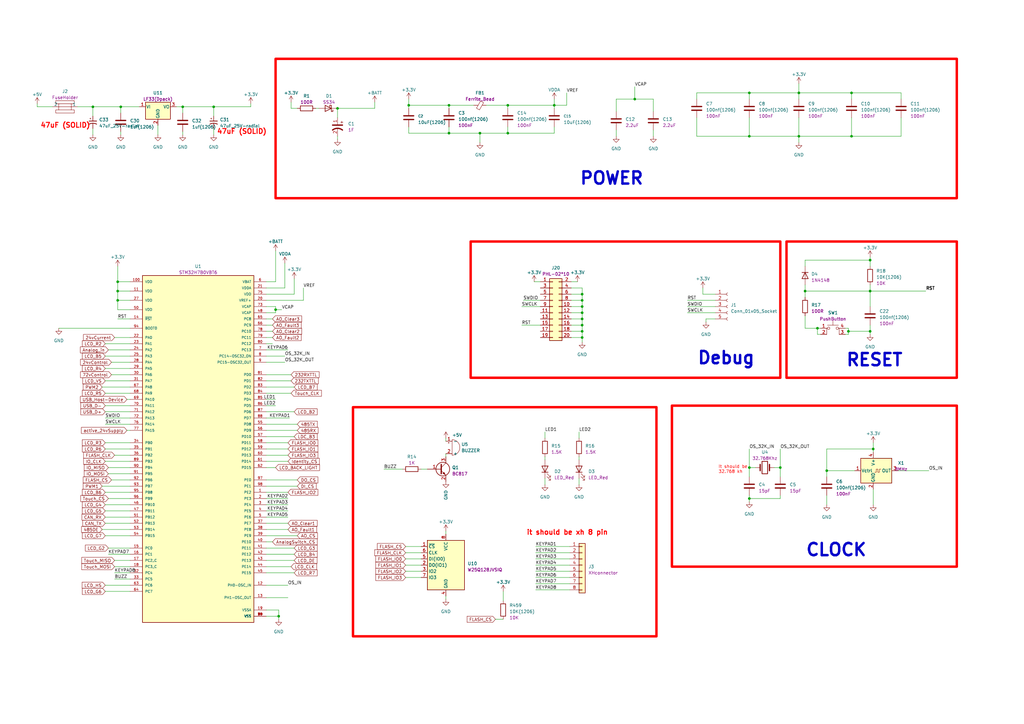
<source format=kicad_sch>
(kicad_sch (version 20230121) (generator eeschema)
  (paper "A3")
  (junction (at 227.33 43.18))
  (junction (at 238.76 125.73))
  (junction (at 327.66 38.1))
  (junction (at 48.26 123.19))
  (junction (at 48.26 115.57))
  (junction (at 238.76 120.65))
  (junction (at 307.34 55.88))
  (junction (at 74.93 43.815))
  (junction (at 356.87 106.68))
  (junction (at 238.76 130.81))
  (junction (at 38.1 43.815))
  (junction (at 238.76 133.35))
  (junction (at 356.87 135.89))
  (junction (at 113.03 127))
  (junction (at 114.3 252.73))
  (junction (at 307.34 38.1))
  (junction (at 327.66 55.88))
  (junction (at 260.35 40.64))
  (junction (at 335.28 134.62))
  (junction (at 356.87 119.38))
  (junction (at 138.43 44.45))
  (junction (at 208.28 43.18))
  (junction (at 349.25 55.88))
  (junction (at 238.76 123.19))
  (junction (at 87.63 43.815))
  (junction (at 167.64 43.18))
  (junction (at 184.15 43.18))
  (junction (at 48.26 119.38))
  (junction (at 330.2 119.38))
  (junction (at 339.09 193.04))
  (junction (at 49.53 43.815))
  (junction (at 238.76 128.27))
  (junction (at 320.04 191.77))
  (junction (at 307.34 204.47))
  (junction (at 196.85 54.61))
  (junction (at 358.14 184.15))
  (junction (at 238.76 135.89))
  (junction (at 238.76 138.43))
  (junction (at 307.34 191.77))
  (junction (at 184.15 54.61))
  (junction (at 208.28 54.61))
  (junction (at 349.25 38.1))
  (junction (at 347.98 135.89))
  (wire (pts (xy 43.18 240.03) (xy 53.34 240.03)))
  (wire (pts (xy 307.34 38.1) (xy 285.75 38.1)))
  (wire (pts (xy 234.315 118.11) (xy 238.76 118.11)))
  (wire (pts (xy 48.26 109.22) (xy 48.26 115.57)))
  (wire (pts (xy 227.33 54.61) (xy 227.33 52.07)))
  (wire (pts (xy 307.34 204.47) (xy 307.34 203.2)))
  (wire (pts (xy 109.22 176.53) (xy 121.92 176.53)))
  (wire (pts (xy 233.68 224.155) (xy 219.71 224.155)))
  (wire (pts (xy 43.18 189.23) (xy 53.34 189.23)))
  (wire (pts (xy 109.22 179.07) (xy 120.65 179.07)))
  (wire (pts (xy 64.77 51.435) (xy 64.77 55.245)))
  (wire (pts (xy 167.64 43.18) (xy 167.64 44.45)))
  (wire (pts (xy 15.24 43.815) (xy 15.24 42.545)))
  (wire (pts (xy 109.22 240.03) (xy 118.11 240.03)))
  (wire (pts (xy 109.22 191.77) (xy 113.03 191.77)))
  (wire (pts (xy 194.31 43.18) (xy 184.15 43.18)))
  (wire (pts (xy 288.29 120.65) (xy 288.29 118.11)))
  (wire (pts (xy 307.34 204.47) (xy 307.34 205.74)))
  (wire (pts (xy 102.87 43.815) (xy 102.87 42.545)))
  (wire (pts (xy 369.57 55.88) (xy 349.25 55.88)))
  (wire (pts (xy 339.09 203.2) (xy 339.09 207.01)))
  (wire (pts (xy 346.71 134.62) (xy 347.98 134.62)))
  (wire (pts (xy 52.07 163.83) (xy 53.34 163.83)))
  (wire (pts (xy 335.28 134.62) (xy 335.28 137.16)))
  (wire (pts (xy 109.22 168.91) (xy 120.65 168.91)))
  (wire (pts (xy 208.28 43.18) (xy 208.28 44.45)))
  (wire (pts (xy 166.37 226.695) (xy 172.72 226.695)))
  (wire (pts (xy 330.2 116.84) (xy 330.2 119.38)))
  (wire (pts (xy 114.3 250.19) (xy 114.3 252.73)))
  (wire (pts (xy 43.18 184.15) (xy 53.34 184.15)))
  (wire (pts (xy 285.75 38.1) (xy 285.75 40.64)))
  (wire (pts (xy 109.22 217.17) (xy 118.11 217.17)))
  (wire (pts (xy 327.66 55.88) (xy 307.34 55.88)))
  (wire (pts (xy 109.22 133.35) (xy 111.76 133.35)))
  (wire (pts (xy 234.315 120.65) (xy 238.76 120.65)))
  (wire (pts (xy 109.22 128.27) (xy 113.03 128.27)))
  (wire (pts (xy 43.18 214.63) (xy 53.34 214.63)))
  (wire (pts (xy 182.88 186.055) (xy 182.88 187.325)))
  (wire (pts (xy 46.99 232.41) (xy 53.34 232.41)))
  (wire (pts (xy 87.63 52.705) (xy 87.63 55.245)))
  (wire (pts (xy 356.87 119.38) (xy 379.73 119.38)))
  (wire (pts (xy 184.15 43.18) (xy 184.15 44.45)))
  (wire (pts (xy 219.71 241.935) (xy 233.68 241.935)))
  (wire (pts (xy 238.76 128.27) (xy 238.76 130.81)))
  (wire (pts (xy 238.76 138.43) (xy 238.76 140.335)))
  (wire (pts (xy 48.26 119.38) (xy 53.34 119.38)))
  (wire (pts (xy 227.33 40.64) (xy 227.33 43.18)))
  (wire (pts (xy 237.49 187.325) (xy 237.49 188.595)))
  (wire (pts (xy 320.04 203.2) (xy 320.04 204.47)))
  (wire (pts (xy 109.22 161.29) (xy 119.38 161.29)))
  (wire (pts (xy 234.315 128.27) (xy 238.76 128.27)))
  (wire (pts (xy 368.3 193.04) (xy 381 193.04)))
  (wire (pts (xy 330.2 134.62) (xy 335.28 134.62)))
  (wire (pts (xy 330.2 106.68) (xy 330.2 109.22)))
  (wire (pts (xy 109.22 158.75) (xy 120.65 158.75)))
  (wire (pts (xy 281.94 128.27) (xy 293.37 128.27)))
  (wire (pts (xy 208.28 43.18) (xy 227.33 43.18)))
  (wire (pts (xy 238.76 123.19) (xy 238.76 125.73)))
  (wire (pts (xy 109.22 166.37) (xy 113.03 166.37)))
  (wire (pts (xy 184.15 54.61) (xy 184.15 52.07)))
  (wire (pts (xy 113.03 125.73) (xy 113.03 127)))
  (wire (pts (xy 109.22 199.39) (xy 121.92 199.39)))
  (wire (pts (xy 223.52 177.165) (xy 223.52 179.705)))
  (wire (pts (xy 307.34 38.1) (xy 307.34 40.64)))
  (wire (pts (xy 109.22 146.05) (xy 116.84 146.05)))
  (wire (pts (xy 307.34 191.77) (xy 307.34 195.58)))
  (wire (pts (xy 238.76 118.11) (xy 238.76 120.65)))
  (wire (pts (xy 43.18 207.01) (xy 53.34 207.01)))
  (wire (pts (xy 43.18 156.21) (xy 53.34 156.21)))
  (wire (pts (xy 109.22 204.47) (xy 118.11 204.47)))
  (wire (pts (xy 45.72 196.85) (xy 53.34 196.85)))
  (wire (pts (xy 167.64 54.61) (xy 167.64 52.07)))
  (wire (pts (xy 43.18 168.91) (xy 53.34 168.91)))
  (wire (pts (xy 44.45 204.47) (xy 53.34 204.47)))
  (wire (pts (xy 109.22 130.81) (xy 111.76 130.81)))
  (wire (pts (xy 330.2 119.38) (xy 356.87 119.38)))
  (wire (pts (xy 48.26 115.57) (xy 48.26 119.38)))
  (wire (pts (xy 356.87 133.35) (xy 356.87 135.89)))
  (wire (pts (xy 358.14 181.61) (xy 358.14 184.15)))
  (wire (pts (xy 167.64 40.64) (xy 167.64 43.18)))
  (wire (pts (xy 214.63 123.19) (xy 221.615 123.19)))
  (wire (pts (xy 115.57 127) (xy 113.03 127)))
  (wire (pts (xy 43.18 219.71) (xy 53.34 219.71)))
  (wire (pts (xy 45.72 148.59) (xy 53.34 148.59)))
  (wire (pts (xy 138.43 44.45) (xy 153.67 44.45)))
  (wire (pts (xy 238.76 120.65) (xy 238.76 123.19)))
  (wire (pts (xy 49.53 53.975) (xy 49.53 55.245)))
  (wire (pts (xy 223.52 196.215) (xy 223.52 198.755)))
  (wire (pts (xy 120.65 120.65) (xy 109.22 120.65)))
  (wire (pts (xy 293.37 120.65) (xy 288.29 120.65)))
  (wire (pts (xy 109.22 229.87) (xy 120.65 229.87)))
  (wire (pts (xy 43.18 173.99) (xy 53.34 173.99)))
  (wire (pts (xy 267.97 40.64) (xy 267.97 45.72)))
  (wire (pts (xy 184.15 54.61) (xy 196.85 54.61)))
  (wire (pts (xy 267.97 53.34) (xy 267.97 55.88)))
  (wire (pts (xy 219.075 115.57) (xy 221.615 115.57)))
  (wire (pts (xy 166.37 231.775) (xy 172.72 231.775)))
  (wire (pts (xy 213.995 133.35) (xy 221.615 133.35)))
  (wire (pts (xy 138.43 44.45) (xy 138.43 48.26)))
  (wire (pts (xy 109.22 234.95) (xy 120.65 234.95)))
  (wire (pts (xy 43.18 181.61) (xy 53.34 181.61)))
  (wire (pts (xy 307.34 184.15) (xy 307.34 191.77)))
  (wire (pts (xy 21.59 43.815) (xy 15.24 43.815)))
  (wire (pts (xy 166.37 236.855) (xy 172.72 236.855)))
  (wire (pts (xy 44.45 191.77) (xy 53.34 191.77)))
  (wire (pts (xy 109.22 207.01) (xy 118.11 207.01)))
  (wire (pts (xy 320.04 184.15) (xy 320.04 191.77)))
  (wire (pts (xy 109.22 184.15) (xy 118.11 184.15)))
  (wire (pts (xy 339.09 184.15) (xy 339.09 193.04)))
  (wire (pts (xy 43.18 171.45) (xy 53.34 171.45)))
  (wire (pts (xy 349.25 55.88) (xy 327.66 55.88)))
  (wire (pts (xy 45.72 153.67) (xy 53.34 153.67)))
  (wire (pts (xy 53.34 140.97) (xy 43.18 140.97)))
  (wire (pts (xy 238.76 130.81) (xy 238.76 133.35)))
  (wire (pts (xy 38.1 52.705) (xy 38.1 55.245)))
  (wire (pts (xy 358.14 184.15) (xy 358.14 185.42)))
  (wire (pts (xy 260.35 35.56) (xy 260.35 40.64)))
  (wire (pts (xy 219.71 226.695) (xy 233.68 226.695)))
  (wire (pts (xy 43.18 201.93) (xy 53.34 201.93)))
  (wire (pts (xy 43.18 212.09) (xy 53.34 212.09)))
  (wire (pts (xy 109.22 148.59) (xy 116.84 148.59)))
  (wire (pts (xy 167.64 43.18) (xy 184.15 43.18)))
  (wire (pts (xy 113.03 102.87) (xy 113.03 115.57)))
  (wire (pts (xy 46.99 229.87) (xy 53.34 229.87)))
  (wire (pts (xy 285.75 55.88) (xy 285.75 48.26)))
  (wire (pts (xy 227.33 43.18) (xy 227.33 44.45)))
  (wire (pts (xy 109.22 143.51) (xy 118.11 143.51)))
  (wire (pts (xy 109.22 209.55) (xy 118.11 209.55)))
  (wire (pts (xy 43.18 151.13) (xy 53.34 151.13)))
  (wire (pts (xy 41.91 217.17) (xy 53.34 217.17)))
  (wire (pts (xy 349.25 48.26) (xy 349.25 55.88)))
  (wire (pts (xy 109.22 135.89) (xy 111.76 135.89)))
  (wire (pts (xy 252.73 40.64) (xy 252.73 45.72)))
  (wire (pts (xy 307.34 191.77) (xy 309.88 191.77)))
  (wire (pts (xy 46.99 234.95) (xy 53.34 234.95)))
  (wire (pts (xy 109.22 224.79) (xy 120.65 224.79)))
  (wire (pts (xy 116.84 107.95) (xy 116.84 118.11)))
  (wire (pts (xy 238.76 133.35) (xy 238.76 135.89)))
  (wire (pts (xy 208.28 54.61) (xy 227.33 54.61)))
  (wire (pts (xy 44.45 143.51) (xy 53.34 143.51)))
  (wire (pts (xy 109.22 138.43) (xy 111.76 138.43)))
  (wire (pts (xy 182.88 244.475) (xy 182.88 245.745)))
  (wire (pts (xy 124.46 123.19) (xy 109.22 123.19)))
  (wire (pts (xy 167.64 54.61) (xy 184.15 54.61)))
  (wire (pts (xy 124.46 118.11) (xy 124.46 123.19)))
  (wire (pts (xy 166.37 229.235) (xy 172.72 229.235)))
  (wire (pts (xy 157.48 192.405) (xy 165.1 192.405)))
  (wire (pts (xy 53.34 115.57) (xy 48.26 115.57)))
  (wire (pts (xy 339.09 193.04) (xy 339.09 195.58)))
  (wire (pts (xy 48.26 119.38) (xy 48.26 123.19)))
  (wire (pts (xy 109.22 250.19) (xy 114.3 250.19)))
  (wire (pts (xy 49.53 43.815) (xy 49.53 46.355)))
  (wire (pts (xy 153.67 41.91) (xy 153.67 44.45)))
  (wire (pts (xy 327.66 38.1) (xy 307.34 38.1)))
  (wire (pts (xy 172.72 192.405) (xy 175.26 192.405)))
  (wire (pts (xy 293.37 130.81) (xy 289.56 130.81)))
  (wire (pts (xy 38.1 43.815) (xy 38.1 47.625)))
  (wire (pts (xy 356.87 105.41) (xy 356.87 106.68)))
  (wire (pts (xy 327.66 48.26) (xy 327.66 55.88)))
  (wire (pts (xy 347.98 134.62) (xy 347.98 135.89)))
  (wire (pts (xy 327.66 34.29) (xy 327.66 38.1)))
  (wire (pts (xy 44.45 194.31) (xy 53.34 194.31)))
  (wire (pts (xy 234.315 135.89) (xy 238.76 135.89)))
  (wire (pts (xy 46.99 186.69) (xy 53.34 186.69)))
  (wire (pts (xy 109.22 196.85) (xy 121.92 196.85)))
  (wire (pts (xy 237.49 196.215) (xy 237.49 198.755)))
  (wire (pts (xy 44.45 224.79) (xy 53.34 224.79)))
  (wire (pts (xy 182.88 180.975) (xy 182.88 179.705)))
  (wire (pts (xy 339.09 184.15) (xy 358.14 184.15)))
  (wire (pts (xy 109.22 189.23) (xy 118.11 189.23)))
  (wire (pts (xy 335.28 134.62) (xy 336.55 134.62)))
  (wire (pts (xy 237.49 177.165) (xy 237.49 179.705)))
  (wire (pts (xy 109.22 173.99) (xy 121.92 173.99)))
  (wire (pts (xy 109.22 156.21) (xy 119.38 156.21)))
  (wire (pts (xy 369.57 38.1) (xy 349.25 38.1)))
  (wire (pts (xy 356.87 106.68) (xy 330.2 106.68)))
  (wire (pts (xy 223.52 187.325) (xy 223.52 188.595)))
  (wire (pts (xy 119.38 44.45) (xy 121.92 44.45)))
  (wire (pts (xy 109.22 219.71) (xy 121.92 219.71)))
  (wire (pts (xy 166.37 224.155) (xy 172.72 224.155)))
  (wire (pts (xy 113.03 125.73) (xy 109.22 125.73)))
  (wire (pts (xy 281.94 123.19) (xy 293.37 123.19)))
  (wire (pts (xy 281.94 125.73) (xy 293.37 125.73)))
  (wire (pts (xy 252.73 40.64) (xy 260.35 40.64)))
  (wire (pts (xy 72.39 43.815) (xy 74.93 43.815)))
  (wire (pts (xy 356.87 135.89) (xy 356.87 137.16)))
  (wire (pts (xy 120.65 114.3) (xy 120.65 120.65)))
  (wire (pts (xy 196.85 54.61) (xy 208.28 54.61)))
  (wire (pts (xy 234.315 123.19) (xy 238.76 123.19)))
  (wire (pts (xy 113.03 115.57) (xy 109.22 115.57)))
  (wire (pts (xy 43.18 146.05) (xy 53.34 146.05)))
  (wire (pts (xy 109.22 227.33) (xy 120.65 227.33)))
  (wire (pts (xy 113.03 127) (xy 113.03 128.27)))
  (wire (pts (xy 109.22 214.63) (xy 118.11 214.63)))
  (wire (pts (xy 339.09 193.04) (xy 350.52 193.04)))
  (wire (pts (xy 356.87 116.84) (xy 356.87 119.38)))
  (wire (pts (xy 347.98 135.89) (xy 347.98 137.16)))
  (wire (pts (xy 336.55 137.16) (xy 335.28 137.16)))
  (wire (pts (xy 109.22 140.97) (xy 111.76 140.97)))
  (wire (pts (xy 109.22 232.41) (xy 119.38 232.41)))
  (wire (pts (xy 109.22 186.69) (xy 118.11 186.69)))
  (wire (pts (xy 369.57 48.26) (xy 369.57 55.88)))
  (wire (pts (xy 289.56 130.81) (xy 289.56 132.08)))
  (wire (pts (xy 109.22 212.09) (xy 118.11 212.09)))
  (wire (pts (xy 43.18 166.37) (xy 53.34 166.37)))
  (wire (pts (xy 234.315 125.73) (xy 238.76 125.73)))
  (wire (pts (xy 74.93 53.975) (xy 74.93 55.245)))
  (wire (pts (xy 38.1 43.815) (xy 49.53 43.815)))
  (wire (pts (xy 74.93 46.355) (xy 74.93 43.815)))
  (wire (pts (xy 232.41 43.18) (xy 227.33 43.18)))
  (wire (pts (xy 44.45 227.33) (xy 53.34 227.33)))
  (wire (pts (xy 320.04 191.77) (xy 320.04 195.58)))
  (wire (pts (xy 233.68 229.235) (xy 219.71 229.235)))
  (wire (pts (xy 109.22 181.61) (xy 118.11 181.61)))
  (wire (pts (xy 234.315 133.35) (xy 238.76 133.35)))
  (wire (pts (xy 109.22 201.93) (xy 118.11 201.93)))
  (wire (pts (xy 43.18 161.29) (xy 53.34 161.29)))
  (wire (pts (xy 49.53 43.815) (xy 57.15 43.815)))
  (wire (pts (xy 358.14 200.66) (xy 358.14 207.01)))
  (wire (pts (xy 206.375 242.57) (xy 206.375 246.38)))
  (wire (pts (xy 232.41 38.1) (xy 232.41 43.18)))
  (wire (pts (xy 41.91 199.39) (xy 53.34 199.39)))
  (wire (pts (xy 213.995 125.73) (xy 221.615 125.73)))
  (wire (pts (xy 31.75 43.815) (xy 38.1 43.815)))
  (wire (pts (xy 219.71 236.855) (xy 233.68 236.855)))
  (wire (pts (xy 129.54 44.45) (xy 130.81 44.45)))
  (wire (pts (xy 234.315 130.81) (xy 238.76 130.81)))
  (wire (pts (xy 24.13 134.62) (xy 53.34 134.62)))
  (wire (pts (xy 234.315 115.57) (xy 236.855 115.57)))
  (wire (pts (xy 347.98 137.16) (xy 346.71 137.16)))
  (wire (pts (xy 219.71 234.315) (xy 233.68 234.315)))
  (wire (pts (xy 48.26 130.81) (xy 53.34 130.81)))
  (wire (pts (xy 234.315 138.43) (xy 238.76 138.43)))
  (wire (pts (xy 238.76 125.73) (xy 238.76 128.27)))
  (wire (pts (xy 208.28 54.61) (xy 208.28 52.07)))
  (wire (pts (xy 109.22 245.11) (xy 118.11 245.11)))
  (wire (pts (xy 114.3 254) (xy 114.3 252.73)))
  (wire (pts (xy 109.22 163.83) (xy 113.03 163.83)))
  (wire (pts (xy 119.38 41.91) (xy 119.38 44.45)))
  (wire (pts (xy 219.71 239.395) (xy 233.68 239.395)))
  (wire (pts (xy 369.57 40.64) (xy 369.57 38.1)))
  (wire (pts (xy 356.87 119.38) (xy 356.87 125.73)))
  (wire (pts (xy 48.26 127) (xy 53.34 127)))
  (wire (pts (xy 349.25 38.1) (xy 349.25 40.64)))
  (wire (pts (xy 87.63 43.815) (xy 102.87 43.815)))
  (wire (pts (xy 199.39 43.18) (xy 208.28 43.18)))
  (wire (pts (xy 46.99 138.43) (xy 53.34 138.43)))
  (wire (pts (xy 238.76 135.89) (xy 238.76 138.43)))
  (wire (pts (xy 48.26 123.19) (xy 53.34 123.19)))
  (wire (pts (xy 52.07 176.53) (xy 53.34 176.53)))
  (wire (pts (xy 43.18 242.57) (xy 53.34 242.57)))
  (wire (pts (xy 182.88 217.805) (xy 182.88 219.075)))
  (wire (pts (xy 327.66 58.42) (xy 327.66 55.88)))
  (wire (pts (xy 43.18 209.55) (xy 53.34 209.55)))
  (wire (pts (xy 41.91 158.75) (xy 53.34 158.75)))
  (wire (pts (xy 233.68 231.775) (xy 219.71 231.775)))
  (wire (pts (xy 48.26 123.19) (xy 48.26 127)))
  (wire (pts (xy 74.93 43.815) (xy 87.63 43.815)))
  (wire (pts (xy 327.66 38.1) (xy 327.66 40.64)))
  (wire (pts (xy 196.85 54.61) (xy 196.85 58.42)))
  (wire (pts (xy 203.2 254) (xy 206.375 254)))
  (wire (pts (xy 166.37 234.315) (xy 172.72 234.315)))
  (wire (pts (xy 260.35 40.64) (xy 267.97 40.64)))
  (wire (pts (xy 347.98 135.89) (xy 356.87 135.89)))
  (wire (pts (xy 252.73 53.34) (xy 252.73 55.88)))
  (wire (pts (xy 320.04 204.47) (xy 307.34 204.47)))
  (wire (pts (xy 114.3 252.73) (xy 109.22 252.73)))
  (wire (pts (xy 317.5 191.77) (xy 320.04 191.77)))
  (wire (pts (xy 349.25 38.1) (xy 327.66 38.1)))
  (wire (pts (xy 87.63 43.815) (xy 87.63 47.625)))
  (wire (pts (xy 109.22 153.67) (xy 119.38 153.67)))
  (wire (pts (xy 356.87 106.68) (xy 356.87 109.22)))
  (wire (pts (xy 307.34 55.88) (xy 285.75 55.88)))
  (wire (pts (xy 116.84 118.11) (xy 109.22 118.11)))
  (wire (pts (xy 138.43 55.88) (xy 138.43 57.15)))
  (wire (pts (xy 330.2 129.54) (xy 330.2 134.62)))
  (wire (pts (xy 109.22 171.45) (xy 118.745 171.45)))
  (wire (pts (xy 109.22 222.25) (xy 111.76 222.25)))
  (wire (pts (xy 330.2 119.38) (xy 330.2 121.92)))
  (wire (pts (xy 46.99 237.49) (xy 53.34 237.49)))
  (wire (pts (xy 307.34 48.26) (xy 307.34 55.88)))
  (rectangle (start 193.04 99.06) (end 320.04 154.94) (stroke (width 1) (color 255 0 0 1)))
  (rectangle (start 322.58 99.06) (end 392.43 154.94) (stroke (width 1) (color 255 0 0 1)))
  (rectangle (start 275.59 166.37) (end 392.43 232.41) (stroke (width 1) (color 255 0 0 1)))
  (rectangle (start 113.03 24.13) (end 392.43 81.28) (stroke (width 1) (color 255 0 0 1)))
  (rectangle (start 144.78 167.005) (end 269.24 260.985) (stroke (width 1) (color 255 0 0 1)))
  (text "RESET\n\n" (at 346.71 158.75 0) (effects (font (size 5 5) (thickness 1) bold) (justify left bottom)))
  (text "CLOCK" (at 330.2 228.6 0) (effects (font (size 5 5) (thickness 1) bold) (justify left bottom)))
  (text "47uF (SOLID)\n" (at 88.9 55.245 0) (effects (font (size 2 2) (thickness 0.4) bold) (justify left bottom)))
  (text "POWER\n" (at 237.49 76.2 0) (effects (font (size 5 5) (thickness 1) bold) (justify left bottom)))
  (text "Debug\n" (at 285.75 149.86 0) (effects (font (size 5 5) (thickness 1) bold) (justify left bottom)))
  (text "it should be xh 8 pin\n\n" (at 215.9 222.885 0) (effects (font (size 2 2) (thickness 0.4) bold) (justify left bottom)))
  (text "47uF (SOLID)\n" (at 16.51 52.705 0) (effects (font (size 2 2) (thickness 0.4) bold) (justify left bottom)))
  (text "It should be \n32.768 kh\n" (at 294.64 194.31 0) (effects (font (size 1.27 1.27)) (justify left bottom)))
  (label "KEYPAD1" (at 219.71 224.155 0))
  (label "RST" (at 213.995 133.35 0))
  (label "VREF" (at 232.41 38.1 0))
  (label "RST" (at 48.26 130.81 0))
  (label "RST" (at 281.94 123.19 0))
  (label "OS_IN" (at 381 193.04 0))
  (label "KEYPAD8" (at 219.71 241.935 0))
  (label "KEYPAD6" (at 219.71 236.855 0))
  (label "VREF" (at 124.46 118.11 0))
  (label "KEYPAD3" (at 118.11 207.01 180))
  (label "LED1" (at 113.03 163.83 180))
  (label "SWCLK" (at 43.18 173.99 0))
  (label "VCAP" (at 260.35 35.56 0))
  (label "KEYPAD2" (at 118.11 204.47 180))
  (label "KEYPAD4" (at 118.11 209.55 180))
  (label "KEYPAD4" (at 219.71 231.775 0))
  (label "RST" (at 379.73 119.38 0) (effects (font bold)))
  (label "SWDIO" (at 214.63 123.19 0))
  (label "KEYPAD1" (at 110.49 171.45 0))
  (label "KEYPAD6" (at 118.11 143.51 180))
  (label "OS_32K_OUT" (at 116.84 148.59 0))
  (label "KEYPAD3" (at 219.71 229.235 0))
  (label "SWCLK" (at 281.94 128.27 0))
  (label "OS_32K_IN" (at 116.84 146.05 0))
  (label "LED1" (at 223.52 177.165 0))
  (label "SWDIO" (at 281.94 125.73 0))
  (label "OS_32K_OUT" (at 320.04 184.15 0))
  (label "SWDIO" (at 43.18 171.45 0))
  (label "VCAP" (at 115.57 127 0))
  (label "KEYPAD7" (at 44.45 227.33 0))
  (label "LED2" (at 113.03 166.37 180))
  (label "KEYPAD7" (at 219.71 239.395 0))
  (label "KEYPAD5" (at 118.11 212.09 180))
  (label "SWCLK" (at 213.995 125.73 0))
  (label "OS_32K_IN" (at 307.34 184.15 0))
  (label "KEYPAD5" (at 219.71 234.315 0))
  (label "KEYPAD8" (at 46.99 234.95 0))
  (label "LED2" (at 237.49 177.165 0))
  (label "BUZZ" (at 46.99 237.49 0))
  (label "KEYPAD2" (at 219.71 226.695 0))
  (label "BUZZ" (at 157.48 192.405 0))
  (label "OS_IN" (at 118.11 240.03 0))
  (global_label "AO_Fault2" (shape input) (at 111.76 138.43 0) (property "Intersheetrefs" "${INTERSHEET_REFS}" (effects hide)))
  (global_label "LCD_G7" (shape input) (at 43.18 219.71 180) (property "Intersheetrefs" "${INTERSHEET_REFS}" (effects hide)))
  (global_label "LCD_BACK_LIGHT" (shape input) (at 113.03 191.77 0) (property "Intersheetrefs" "${INTERSHEET_REFS}" (effects hide)))
  (global_label "Touch_CS" (shape input) (at 44.45 204.47 180) (property "Intersheetrefs" "${INTERSHEET_REFS}" (effects hide)))
  (global_label "232TXTTL" (shape input) (at 119.38 156.21 0) (property "Intersheetrefs" "${INTERSHEET_REFS}" (effects hide)))
  (global_label "Analog_in" (shape input) (at 44.45 143.51 180) (property "Intersheetrefs" "${INTERSHEET_REFS}" (effects hide)))
  (global_label "485TX" (shape input) (at 121.92 173.99 0) (property "Intersheetrefs" "${INTERSHEET_REFS}" (effects hide)))
  (global_label "USB_D-" (shape input) (at 43.18 166.37 180) (property "Intersheetrefs" "${INTERSHEET_REFS}" (effects hide)))
  (global_label "LCD_B4" (shape input) (at 120.65 227.33 0) (property "Intersheetrefs" "${INTERSHEET_REFS}" (effects hide)))
  (global_label "232RXTTL" (shape input) (at 119.38 153.67 0) (property "Intersheetrefs" "${INTERSHEET_REFS}" (effects hide)))
  (global_label "485RX" (shape input) (at 121.92 176.53 0) (property "Intersheetrefs" "${INTERSHEET_REFS}" (effects hide)))
  (global_label "LCD_G6" (shape input) (at 43.18 242.57 180) (property "Intersheetrefs" "${INTERSHEET_REFS}" (effects hide)))
  (global_label "FLASH_IO1" (shape input) (at 166.37 231.775 180) (property "Intersheetrefs" "${INTERSHEET_REFS}" (effects hide)))
  (global_label "AO_Clear1" (shape input) (at 118.11 214.63 0) (property "Intersheetrefs" "${INTERSHEET_REFS}" (effects hide)))
  (global_label "DO_CS" (shape input) (at 121.92 196.85 0) (property "Intersheetrefs" "${INTERSHEET_REFS}" (effects hide)))
  (global_label "AO_Clear2" (shape input) (at 111.76 135.89 0) (property "Intersheetrefs" "${INTERSHEET_REFS}" (effects hide)))
  (global_label "AO_CS" (shape input) (at 121.92 219.71 0) (property "Intersheetrefs" "${INTERSHEET_REFS}" (effects hide)))
  (global_label "LCD_R4" (shape input) (at 43.18 151.13 180) (property "Intersheetrefs" "${INTERSHEET_REFS}" (effects hide)))
  (global_label "PWM2" (shape input) (at 41.91 158.75 180) (property "Intersheetrefs" "${INTERSHEET_REFS}" (effects hide)))
  (global_label "FLASH_CS" (shape input) (at 45.72 196.85 180) (property "Intersheetrefs" "${INTERSHEET_REFS}" (effects hide)))
  (global_label "Touch_MOSI" (shape input) (at 46.99 232.41 180) (property "Intersheetrefs" "${INTERSHEET_REFS}" (effects hide)))
  (global_label "Touch_CLK" (shape input) (at 119.38 161.29 0) (property "Intersheetrefs" "${INTERSHEET_REFS}" (effects hide)))
  (global_label "IO_MOSI" (shape input) (at 44.45 194.31 180) (property "Intersheetrefs" "${INTERSHEET_REFS}" (effects hide)))
  (global_label "485DE" (shape input) (at 41.91 217.17 180) (property "Intersheetrefs" "${INTERSHEET_REFS}" (effects hide)))
  (global_label "LCD_CLK" (shape input) (at 119.38 232.41 0) (property "Intersheetrefs" "${INTERSHEET_REFS}" (effects hide)))
  (global_label "LCD_HS" (shape input) (at 43.18 240.03 180) (property "Intersheetrefs" "${INTERSHEET_REFS}" (effects hide)))
  (global_label "AO_Clear3" (shape input) (at 111.76 130.81 0) (property "Intersheetrefs" "${INTERSHEET_REFS}" (effects hide)))
  (global_label "FLASH_IO2" (shape input) (at 166.37 234.315 180) (property "Intersheetrefs" "${INTERSHEET_REFS}" (effects hide)))
  (global_label "LCD_B2" (shape input) (at 120.65 168.91 0) (property "Intersheetrefs" "${INTERSHEET_REFS}" (effects hide)))
  (global_label "LCD_G3" (shape input) (at 120.65 224.79 0) (property "Intersheetrefs" "${INTERSHEET_REFS}" (effects hide)))
  (global_label "FLASH_CS" (shape input) (at 203.2 254 180) (property "Intersheetrefs" "${INTERSHEET_REFS}" (effects hide)))
  (global_label "FLASH_CLK" (shape input) (at 46.99 186.69 180) (property "Intersheetrefs" "${INTERSHEET_REFS}" (effects hide)))
  (global_label "LCD_B6" (shape input) (at 43.18 201.93 180) (property "Intersheetrefs" "${INTERSHEET_REFS}" (effects hide)))
  (global_label "LCD_VS" (shape input) (at 43.18 156.21 180) (property "Intersheetrefs" "${INTERSHEET_REFS}" (effects hide)))
  (global_label "FLASH_CS" (shape input) (at 166.37 224.155 180) (property "Intersheetrefs" "${INTERSHEET_REFS}" (effects hide)))
  (global_label "CAN_TX" (shape input) (at 43.18 214.63 180) (property "Intersheetrefs" "${INTERSHEET_REFS}" (effects hide)))
  (global_label "AnalogSwitch_CS" (shape input) (at 111.76 222.25 0) (property "Intersheetrefs" "${INTERSHEET_REFS}" (effects hide)))
  (global_label "LCD_R6" (shape input) (at 43.18 184.15 180) (property "Intersheetrefs" "${INTERSHEET_REFS}" (effects hide)))
  (global_label "AO_Fault1" (shape input) (at 118.11 217.17 0) (property "Intersheetrefs" "${INTERSHEET_REFS}" (effects hide)))
  (global_label "LCD_R2" (shape input) (at 43.18 140.97 180) (property "Intersheetrefs" "${INTERSHEET_REFS}" (effects hide)))
  (global_label "LCD_G4" (shape input) (at 43.18 207.01 180) (property "Intersheetrefs" "${INTERSHEET_REFS}" (effects hide)))
  (global_label "FLASH_IO1" (shape input) (at 118.11 184.15 0) (property "Intersheetrefs" "${INTERSHEET_REFS}" (effects hide)))
  (global_label "LCD_G2" (shape input) (at 44.45 224.79 180) (property "Intersheetrefs" "${INTERSHEET_REFS}" (effects hide)))
  (global_label "CAN_RX" (shape input) (at 43.18 212.09 180) (property "Intersheetrefs" "${INTERSHEET_REFS}" (effects hide)))
  (global_label "LCD_G5" (shape input) (at 43.18 209.55 180) (property "Intersheetrefs" "${INTERSHEET_REFS}" (effects hide)))
  (global_label "AO_Fault3" (shape input) (at 111.76 133.35 0) (property "Intersheetrefs" "${INTERSHEET_REFS}" (effects hide)))
  (global_label "Identity_CS" (shape input) (at 118.11 189.23 0) (property "Intersheetrefs" "${INTERSHEET_REFS}" (effects hide)))
  (global_label "USB_D+" (shape input) (at 43.18 168.91 180) (property "Intersheetrefs" "${INTERSHEET_REFS}" (effects hide)))
  (global_label "LCD_R3" (shape input) (at 43.18 181.61 180) (property "Intersheetrefs" "${INTERSHEET_REFS}" (effects hide)))
  (global_label "72vControl" (shape input) (at 45.72 153.67 180) (property "Intersheetrefs" "${INTERSHEET_REFS}" (effects hide)))
  (global_label "LDC_B3" (shape input) (at 120.65 179.07 0) (property "Intersheetrefs" "${INTERSHEET_REFS}" (effects hide)))
  (global_label "active_24vSupply" (shape input) (at 52.07 176.53 180) (property "Intersheetrefs" "${INTERSHEET_REFS}" (effects hide)))
  (global_label "DI_CS" (shape input) (at 121.92 199.39 0) (property "Intersheetrefs" "${INTERSHEET_REFS}" (effects hide)))
  (global_label "LCD_R5" (shape input) (at 43.18 161.29 180) (property "Intersheetrefs" "${INTERSHEET_REFS}" (effects hide)))
  (global_label "FLASH_IO3" (shape input) (at 118.11 186.69 0) (property "Intersheetrefs" "${INTERSHEET_REFS}" (effects hide)))
  (global_label "FLASH_IO2" (shape input) (at 118.11 201.93 0) (property "Intersheetrefs" "${INTERSHEET_REFS}" (effects hide)))
  (global_label "24vCurrent" (shape input) (at 46.99 138.43 180) (property "Intersheetrefs" "${INTERSHEET_REFS}" (effects hide)))
  (global_label "LCD_B7" (shape input) (at 120.65 158.75 0) (property "Intersheetrefs" "${INTERSHEET_REFS}" (effects hide)))
  (global_label "FLASH_IO0" (shape input) (at 166.37 229.235 180) (property "Intersheetrefs" "${INTERSHEET_REFS}" (effects hide)))
  (global_label "PWM1" (shape input) (at 41.91 199.39 180) (property "Intersheetrefs" "${INTERSHEET_REFS}" (effects hide)))
  (global_label "Touch_MISO" (shape input) (at 46.99 229.87 180) (property "Intersheetrefs" "${INTERSHEET_REFS}" (effects hide)))
  (global_label "LCD_B5" (shape input) (at 43.18 146.05 180) (property "Intersheetrefs" "${INTERSHEET_REFS}" (effects hide)))
  (global_label "LCD_R7" (shape input) (at 120.65 234.95 0) (property "Intersheetrefs" "${INTERSHEET_REFS}" (effects hide)))
  (global_label "FLASH_CLK" (shape input) (at 166.37 226.695 180) (property "Intersheetrefs" "${INTERSHEET_REFS}" (effects hide)))
  (global_label "FLASH_IO0" (shape input) (at 118.11 181.61 0) (property "Intersheetrefs" "${INTERSHEET_REFS}" (effects hide)))
  (global_label "LCD_DE" (shape input) (at 120.65 229.87 0) (property "Intersheetrefs" "${INTERSHEET_REFS}" (effects hide)))
  (global_label "FLASH_IO3" (shape input) (at 166.37 236.855 180) (property "Intersheetrefs" "${INTERSHEET_REFS}" (effects hide)))
  (global_label "24vControl" (shape input) (at 45.72 148.59 180) (property "Intersheetrefs" "${INTERSHEET_REFS}" (effects hide)))
  (global_label "IO_MISO" (shape input) (at 44.45 191.77 180) (property "Intersheetrefs" "${INTERSHEET_REFS}" (effects hide)))
  (global_label "IO_CLK" (shape input) (at 43.18 189.23 180) (property "Intersheetrefs" "${INTERSHEET_REFS}" (effects hide)))
  (global_label "USB_Host-Device" (shape input) (at 52.07 163.83 180) (property "Intersheetrefs" "${INTERSHEET_REFS}" (effects hide)))
  (symbol (lib_id "power:GND") (at 182.88 197.485 0) (unit 1)
    (property "Reference" "#PWR024" (effects hide))
    (property "Value" "GND" (at 182.88 205.105 90) (effects (justify left)))
    (instances (project "tester" (path "" (reference "#PWR024") (unit 1)) (path "" (reference "#PWR0104") (unit 1))) (project "BCU" (path "" (reference "#PWR0180") (unit 1))))
  )
  (symbol (lib_id "power:+5V") (at 15.24 42.545 0) (unit 1)
    (property "Reference" "#PWR066" (effects hide))
    (property "Value" "+5V" (at 15.24 38.735 0))
    (instances (project "POWER" (path "" (reference "#PWR066") (unit 1))) (project "tester" (path "" (reference "#PWR0364") (unit 1))))
  )
  (symbol (lib_id "MLC_K7:47uF_25V-radial") (at 87.63 50.165 0) (unit 1)
    (property "Reference" "C31" (at 90.17 49.0982 0) (effects (justify left)))
    (property "Value" "47uF_25V-radial" (at 90.17 51.6382 0) (effects (justify left)))
    (property "Footprint" "Capacitor_THT:CP_Radial_D5.0mm_P2.00mm" (effects hide))
    (property "Datasheet" "${KIGIT}/Datasheets/47uF-25V-Capacitor.pdf" (effects hide))
    (property "Manufacturer" "Panasonic" (effects hide))
    (property "MPN" "EEUFC1E470" (effects hide))
    (property "MLC Code" "MLCEL12239837" (effects hide))
    (property "Main Value" "47uF" (effects hide))
    (instances (project "POWER" (path "" (reference "C31") (unit 1))) (project "tester" (path "" (reference "C127") (unit 1))))
  )
  (symbol (lib_id "TESTER:Crystal-_32.768Khz-smd") (at 313.69 191.77 0) (unit 1)
    (property "Reference" "U4" (at 313.69 185.42 0))
    (property "Value" "Crystal-_32.768Khz-smd" (effects hide))
    (property "Footprint" "Crystal:Crystal_SMD_3215-2Pin_3.2x1.5mm" (effects hide))
    (property "MLC Code" "MLCEL12239010" (effects hide))
    (property "Manufacturer" "Abracon Corporation" (effects hide))
    (property "MPN" "   ABS07-32.768KHZ-T" (effects hide))
    (property "Main Value" "32.768Khz" (at 313.69 187.96 0))
    (instances (project "tester" (path "" (reference "U4") (unit 1)) (path "" (reference "U11") (unit 1))))
  )
  (symbol (lib_id "MLC_K7:2.2uf(1206)") (at 267.97 49.53 0) (unit 1)
    (property "Reference" "C13" (at 271.78 48.895 0) (effects (justify left)))
    (property "Value" "2.2uf(1206)" (effects hide))
    (property "Footprint" "Capacitor_SMD:C_1206_3216Metric_Pad1.33x1.80mm_HandSolder" (effects hide))
    (property "Datasheet" "${KIGIT}/Datasheets/mlcc_automotive_soft_en.pdf" (effects hide))
    (property "MLC Code" "MLCEL12239231" (effects hide))
    (property "Manufacturer" "TDK" (effects hide))
    (property "MPN" "CGA5L3X7R1H225K160AE" (effects hide))
    (property "Main Value" "2.2uF" (at 271.78 51.435 0) (effects (justify left)))
    (instances (project "tester" (path "" (reference "C13") (unit 1)) (path "" (reference "C14") (unit 1))))
  )
  (symbol (lib_id "MLC_K7:100R(1206)") (at 125.73 44.45 90) (unit 1)
    (property "Reference" "R1" (at 125.73 39.37 90))
    (property "Value" "100R(1206)" (effects hide))
    (property "Footprint" "MLC:R_1206_3216Metric_Pad1.42x1.75mm_HandSolder" (effects hide))
    (property "Datasheet" "${KIGIT}/Datasheets/RN73R-1840156.pdf" (effects hide))
    (property "MLC Code" "MLCEL12237356" (effects hide))
    (property "Manufacturer" "KOA Speer Electronics, Inc." (effects hide))
    (property "MPN" "RN73R2BTTD100RF25" (effects hide))
    (property "Main Value" "100R" (at 125.73 41.91 90))
    (instances (project "tester" (path "" (reference "R1") (unit 1)) (path "" (reference "R13") (unit 1))))
  )
  (symbol (lib_id "MLC_K7:SS34-sma") (at 134.62 44.45 180) (unit 1)
    (property "Reference" "D1" (at 134.9375 39.37 0))
    (property "Value" "SS34-sma" (effects hide))
    (property "Footprint" "Diode_SMD:D_SMA-SMB_Universal_Handsoldering" (effects hide))
    (property "Datasheet" "${KIGIT}/Datasheets/mlcc_automotive_soft_en.pdf" (effects hide))
    (property "MLC Code" "MLCEL12238808" (effects hide))
    (property "Manufacturer" "Comchip Technology" (effects hide))
    (property "MPN" " SS34-HF" (effects hide))
    (property "Main Value" "SS34" (at 134.9375 41.91 0))
  )
  (symbol (lib_id "power:VDDA") (at 116.84 107.95 0) (unit 1)
    (property "Reference" "#PWR019" (effects hide))
    (property "Value" "VDDA" (at 116.84 104.14 0))
    (instances (project "tester" (path "" (reference "#PWR019") (unit 1)) (path "" (reference "#PWR097") (unit 1))))
  )
  (symbol (lib_id "power:VDDA") (at 227.33 40.64 0) (unit 1)
    (property "Reference" "#PWR07" (effects hide))
    (property "Value" "VDDA" (at 227.33 36.83 0))
    (instances (project "tester" (path "" (reference "#PWR07") (unit 1)) (path "" (reference "#PWR0109") (unit 1))))
  )
  (symbol (lib_id "MLC_K7:100nf(1206)") (at 349.25 44.45 0) (unit 1)
    (property "Reference" "C10" (at 353.06 42.545 0) (effects (justify left)))
    (property "Value" "100nf(1206)" (at 353.06 45.085 0) (effects (justify left)))
    (property "Footprint" "Capacitor_SMD:C_1206_3216Metric_Pad1.33x1.80mm_HandSolder" (effects hide))
    (property "Datasheet" "${KIGIT}/Datasheets/mlcc_automotive_soft_en.pdf" (effects hide))
    (property "MLC Code" "MLCEL12237392" (effects hide))
    (property "Manufacturer" "TDK" (effects hide))
    (property "MPN" "CGA5L2X7R2A104K160AE" (effects hide))
    (property "Main Value" "100nF" (at 353.06 47.625 0) (effects (justify left)))
    (instances (project "tester" (path "" (reference "C10") (unit 1)) (path "" (reference "C21") (unit 1))))
  )
  (symbol (lib_id "power:+3.3V") (at 102.87 42.545 0) (unit 1)
    (property "Reference" "#PWR083" (effects hide))
    (property "Value" "+3.3V" (at 102.87 38.735 0))
    (instances (project "POWER" (path "" (reference "#PWR083") (unit 1))) (project "tester" (path "" (reference "#PWR0370") (unit 1))))
  )
  (symbol (lib_id "Connector:Conn_01x05_Socket") (at 298.45 125.73 0) (unit 1) (in_bom no) (on_board no)
    (property "Reference" "J1" (at 299.72 125.095 0) (effects (justify left)))
    (property "Value" "Conn_01x05_Socket" (at 299.72 127.635 0) (effects (justify left)))
    (property "Sim.Enable" "0" (effects hide))
    (instances (project "tester" (path "" (reference "J1") (unit 1)) (path "" (reference "J4") (unit 1))))
  )
  (symbol (lib_id "MLC_K7:LED_RED(1206)") (at 237.49 192.405 90) (unit 1)
    (property "Reference" "D3" (at 241.3 193.3575 90) (effects (justify right)))
    (property "Value" "LED_RED(1206)" (effects hide))
    (property "Footprint" "MLC:LED_1206_3216Metric_Castellated" (effects hide))
    (property "Datasheet" "${KIGIT}/Datasheets/led red 1206 150120SS75000-1715266.PDF" (effects hide))
    (property "MLC Code" "MLCEL12238413" (effects hide))
    (property "Manufacturer" "Wurth Elektronik" (effects hide))
    (property "MPN" "150120SS75000" (effects hide))
    (property "Main Value" "LED_Red" (at 241.3 195.8975 90) (effects (justify right)))
  )
  (symbol (lib_id "MLC_K7:100nf(1206)") (at 307.34 44.45 0) (unit 1)
    (property "Reference" "C8" (at 311.15 42.545 0) (effects (justify left)))
    (property "Value" "100nf(1206)" (at 311.15 45.085 0) (effects (justify left)))
    (property "Footprint" "Capacitor_SMD:C_1206_3216Metric_Pad1.33x1.80mm_HandSolder" (effects hide))
    (property "Datasheet" "${KIGIT}/Datasheets/mlcc_automotive_soft_en.pdf" (effects hide))
    (property "MLC Code" "MLCEL12237392" (effects hide))
    (property "Manufacturer" "TDK" (effects hide))
    (property "MPN" "CGA5L2X7R2A104K160AE" (effects hide))
    (property "Main Value" "100nF" (at 311.15 47.625 0) (effects (justify left)))
    (instances (project "tester" (path "" (reference "C8") (unit 1)) (path "" (reference "C16") (unit 1))))
  )
  (symbol (lib_id "power:+BATT") (at 113.03 102.87 0) (unit 1)
    (property "Reference" "#PWR018" (effects hide))
    (property "Value" "+BATT" (at 113.03 99.06 0))
    (instances (project "tester" (path "" (reference "#PWR018") (unit 1)) (path "" (reference "#PWR095") (unit 1))))
  )
  (symbol (lib_id "MLC_K7:LF33(Dpack)") (at 64.77 43.815 0) (unit 1)
    (property "Reference" "U11" (at 64.77 38.1 0))
    (property "Value" "LF33(Dpack)" (effects hide))
    (property "Footprint" "Package_TO_SOT_SMD:TO-252-2" (effects hide))
    (property "Datasheet" "${KIGIT}/Datasheets/LF33CDT-STMicroelectronics.pdf" (effects hide))
    (property "MLC" "MLCEL12238415" (effects hide))
    (property "Package" "smd-to252" (effects hide))
    (property "MLC Code" "MLCEL12238415" (effects hide))
    (property "Manufacturer" "ST" (effects hide))
    (property "MPN" "LF33CDT-TRY" (effects hide))
    (property "Main Value" "LF33(Dpack)" (at 64.77 40.64 0))
    (instances (project "POWER" (path "" (reference "U11") (unit 1))) (project "tester" (path "" (reference "U35") (unit 1))))
  )
  (symbol (lib_id "power:GND") (at 114.3 254 0) (unit 1)
    (property "Reference" "#PWR03" (effects hide))
    (property "Value" "GND" (at 114.3 259.08 0))
    (instances (project "tester" (path "" (reference "#PWR03") (unit 1)) (path "" (reference "#PWR096") (unit 1))))
  )
  (symbol (lib_id "MLC_K7:10K(1206)") (at 356.87 113.03 0) (unit 1)
    (property "Reference" "R18" (at 359.41 111.125 0) (effects (justify left)))
    (property "Value" "10K(1206)" (at 359.41 113.665 0) (effects (justify left)))
    (property "Footprint" "Resistor_SMD:R_1206_3216Metric_Pad1.30x1.75mm_HandSolder" (effects hide))
    (property "Datasheet" "${KIGIT}/Datasheets/RN73R-1840156.pdf" (effects hide))
    (property "MLC Code" "MLCEL12237631" (effects hide))
    (property "Manufacturer" "KOA Speer Electronics, Inc." (effects hide))
    (property "MPN" "RN73R2BTTD1002F25" (effects hide))
    (property "Main Value" "10K" (at 359.41 116.205 0) (effects (justify left)))
  )
  (symbol (lib_id "MLC_K6:100nf(1206)") (at 208.28 48.26 0) (unit 1)
    (property "Reference" "C14" (at 212.09 46.355 0) (effects (justify left)))
    (property "Value" "100nf(1206)" (at 212.09 48.895 0) (effects (justify left)))
    (property "Footprint" "Capacitor_SMD:C_1206_3216Metric_Pad1.33x1.80mm_HandSolder" (effects hide))
    (property "Datasheet" "${KIGIT}/Datasheets/mlcc_automotive_soft_en.pdf" (effects hide))
    (property "MLC Code" "MLCEL12237392" (effects hide))
    (property "Manufacturer" "TDK" (effects hide))
    (property "MPN" "CGA5L2X7R2A104K160AE" (effects hide))
    (property "Main Value" "100nF" (at 212.09 51.435 0) (effects (justify left)))
    (instances (project "tester" (path "" (reference "C14") (unit 1)) (path "" (reference "C11") (unit 1))))
  )
  (symbol (lib_id "MLC_K7:Fuse1808Holder") (at 26.67 43.815 0) (unit 1)
    (property "Reference" "J2" (at 26.67 37.465 0))
    (property "Value" "Fuse1808Holder" (effects hide))
    (property "Footprint" "MLC_K7:fuse.holder.1808-1" (effects hide))
    (property "Datasheet" "${KIGIT}/Datasheets/Littelfuse_Fuse_154_154T_154L_154TL_Datasheet_pdf-365375.pdf" (effects hide))
    (property "MLC Code" "MLCEL12238013 " (effects hide))
    (property "Manufacturer" "Littelfuse" (effects hide))
    (property "MPN" "01550900M" (effects hide))
    (property "Main Value" "FuseHolder" (at 26.67 40.005 0))
    (instances (project "POWER" (path "" (reference "J2") (unit 1))) (project "tester" (path "" (reference "J2") (unit 1)) (path "" (reference "J25") (unit 1))))
  )
  (symbol (lib_id "MLC_K7:10uF(1206)") (at 227.33 48.26 0) (unit 1)
    (property "Reference" "C15" (at 231.14 47.625 0) (effects (font (size 1 1)) (justify left)))
    (property "Value" "10uF(1206)" (at 231.14 50.165 0) (effects (justify left)))
    (property "Footprint" "Capacitor_SMD:C_1206_3216Metric_Pad1.33x1.80mm_HandSolder" (effects hide))
    (property "Datasheet" "${KIGIT}/Datasheets/mlcc_automotive_soft_en.pdf" (effects hide))
    (property "MLC Code" "MLCEL12238450" (effects hide))
    (property "Package" "smd-1206" (effects hide))
    (property "Manufacturer" "TDK" (effects hide))
    (property "MPN" "CGA5L1X7R1H106K160AE" (effects hide))
    (instances (project "tester" (path "" (reference "C15") (unit 1)) (path "" (reference "C12") (unit 1))))
  )
  (symbol (lib_id "power:GND") (at 358.14 207.01 0) (unit 1)
    (property "Reference" "#PWR011" (effects hide))
    (property "Value" "GND" (at 358.14 212.09 0))
    (instances (project "tester" (path "" (reference "#PWR011") (unit 1)) (path "" (reference "#PWR0122") (unit 1))))
  )
  (symbol (lib_name "100R(1206)_1") (lib_id "MLC_K7:100R(1206)") (at 330.2 125.73 0) (unit 1)
    (property "Reference" "R17" (at 332.74 125.095 0) (effects (justify left)))
    (property "Value" "100R(1206)" (effects hide))
    (property "Footprint" "MLC:R_1206_3216Metric_Pad1.42x1.75mm_HandSolder" (effects hide))
    (property "Datasheet" "${KIGIT}/Datasheets/RN73R-1840156.pdf" (effects hide))
    (property "MLC Code" "MLCEL12237356" (effects hide))
    (property "Manufacturer" "KOA Speer Electronics, Inc." (effects hide))
    (property "MPN" "RN73R2BTTD100RF25" (effects hide))
    (property "Main Value" "100R" (at 332.74 127.635 0) (effects (justify left)))
    (property "Alternative" "RC1206FR-07100RL" (effects hide))
  )
  (symbol (lib_id "MLC_K7:1.5K(1206)") (at 237.49 183.515 0) (unit 1)
    (property "Reference" "R16" (at 240.03 182.88 0) (effects (justify left)))
    (property "Value" "1.5K(1206)" (effects hide))
    (property "Footprint" "Resistor_SMD:R_1206_3216Metric_Pad1.30x1.75mm_HandSolder" (effects hide))
    (property "Datasheet" "${KIGIT}/Datasheets/RN73R-1840156.pdf" (effects hide))
    (property "MLC Code" "MLCEL12239469" (effects hide))
    (property "Manufacturer" "KOA Speer Electronics, Inc." (effects hide))
    (property "MPN" "RN73R2BTTD1501F25" (effects hide))
    (property "Main Value" "1.5K" (at 240.03 185.42 0) (effects (justify left)))
  )
  (symbol (lib_id "power:GND") (at 87.63 55.245 0) (unit 1)
    (property "Reference" "#PWR085" (effects hide))
    (property "Value" "GND" (at 87.63 60.325 0))
    (instances (project "POWER" (path "" (reference "#PWR085") (unit 1))) (project "tester" (path "" (reference "#PWR0369") (unit 1))))
  )
  (symbol (lib_id "MLC_K7:100nf(1206)") (at 369.57 44.45 0) (unit 1)
    (property "Reference" "C11" (at 373.38 42.545 0) (effects (justify left)))
    (property "Value" "100nf(1206)" (at 373.38 45.085 0) (effects (justify left)))
    (property "Footprint" "Capacitor_SMD:C_1206_3216Metric_Pad1.33x1.80mm_HandSolder" (effects hide))
    (property "Datasheet" "${KIGIT}/Datasheets/mlcc_automotive_soft_en.pdf" (effects hide))
    (property "MLC Code" "MLCEL12237392" (effects hide))
    (property "Manufacturer" "TDK" (effects hide))
    (property "MPN" "CGA5L2X7R2A104K160AE" (effects hide))
    (property "Main Value" "100nF" (at 373.38 47.625 0) (effects (justify left)))
    (instances (project "tester" (path "" (reference "C11") (unit 1)) (path "" (reference "C23") (unit 1))))
  )
  (symbol (lib_id "power:+BATT") (at 153.67 41.91 0) (unit 1)
    (property "Reference" "#PWR06" (effects hide))
    (property "Value" "+BATT" (at 153.67 38.1 0))
    (instances (project "tester" (path "" (reference "#PWR06") (unit 1)) (path "" (reference "#PWR0101") (unit 1))))
  )
  (symbol (lib_id "MLC_K7:10K(1206)") (at 206.375 250.19 0) (unit 1)
    (property "Reference" "R459" (at 208.915 248.285 0) (effects (justify left)))
    (property "Value" "10K(1206)" (at 208.915 250.825 0) (effects (justify left)))
    (property "Footprint" "Resistor_SMD:R_1206_3216Metric_Pad1.30x1.75mm_HandSolder" (effects hide))
    (property "Datasheet" "${KIGIT}/Datasheets/RN73R-1840156.pdf" (effects hide))
    (property "MLC Code" "MLCEL12237631" (effects hide))
    (property "Manufacturer" "KOA Speer Electronics, Inc." (effects hide))
    (property "MPN" "RN73R2BTTD1002F25" (effects hide))
    (property "Main Value" "10K" (at 208.915 253.365 0) (effects (justify left)))
  )
  (symbol (lib_id "power:GND") (at 237.49 198.755 0) (unit 1)
    (property "Reference" "#PWR0110" (effects hide))
    (property "Value" "GND" (at 237.49 203.835 0))
  )
  (symbol (lib_id "power:GND") (at 49.53 55.245 0) (unit 1)
    (property "Reference" "#PWR086" (effects hide))
    (property "Value" "GND" (at 49.53 60.325 0))
    (instances (project "POWER" (path "" (reference "#PWR086") (unit 1))) (project "tester" (path "" (reference "#PWR0366") (unit 1))))
  )
  (symbol (lib_id "power:GND") (at 24.13 134.62 0) (unit 1)
    (property "Reference" "#PWR022" (effects hide))
    (property "Value" "GND" (at 24.13 139.7 0))
    (instances (project "tester" (path "" (reference "#PWR022") (unit 1)) (path "" (reference "#PWR093") (unit 1))))
  )
  (symbol (lib_id "power:GND") (at 196.85 58.42 0) (unit 1)
    (property "Reference" "#PWR09" (effects hide))
    (property "Value" "GND" (at 196.85 63.5 0))
    (instances (project "tester" (path "" (reference "#PWR09") (unit 1)) (path "" (reference "#PWR0107") (unit 1))))
  )
  (symbol (lib_id "power:GND") (at 289.56 132.08 0) (unit 1)
    (property "Reference" "#PWR021" (effects hide))
    (property "Value" "GND" (at 289.56 137.16 0))
    (instances (project "tester" (path "" (reference "#PWR021") (unit 1)) (path "" (reference "#PWR0114") (unit 1))))
  )
  (symbol (lib_id "power:+3.3V") (at 356.87 105.41 0) (unit 1)
    (property "Reference" "#PWR0119" (effects hide))
    (property "Value" "+3.3V" (at 356.87 101.6 0))
  )
  (symbol (lib_id "power:GND") (at 327.66 58.42 0) (unit 1)
    (property "Reference" "#PWR014" (effects hide))
    (property "Value" "GND" (at 327.66 63.5 0))
    (instances (project "tester" (path "" (reference "#PWR014") (unit 1)) (path "" (reference "#PWR0117") (unit 1))))
  )
  (symbol (lib_id "power:+3.3V") (at 48.26 109.22 0) (unit 1)
    (property "Reference" "#PWR01" (effects hide))
    (property "Value" "+3.3V" (at 48.26 105.41 0))
    (instances (project "tester" (path "" (reference "#PWR01") (unit 1)) (path "" (reference "#PWR094") (unit 1))))
  )
  (symbol (lib_id "MLC_K7:1N4148_MiniMELF") (at 330.2 113.03 270) (unit 1)
    (property "Reference" "D4" (at 332.74 112.395 90) (effects (justify left)))
    (property "Value" "1N4148_MiniMELF" (effects hide))
    (property "Footprint" "MLC_K6:D_MiniMELF" (effects hide))
    (property "Datasheet" "${KIGIT}/Datasheets/1n4148_SMD.pdf" (effects hide))
    (property "MLC Code" "MLCEL12237616" (effects hide))
    (property "Manufacturer" "Vishay" (effects hide))
    (property "MPN" "LL4148" (effects hide))
    (property "Main Value" "1N4148" (at 332.74 114.935 90) (effects (justify left)))
  )
  (symbol (lib_id "power:+3.3V") (at 182.88 217.805 0) (unit 1)
    (property "Reference" "#PWR0105" (effects hide))
    (property "Value" "+3.3V" (at 182.88 213.995 0))
  )
  (symbol (lib_id "MLC_K7:100nf(1206)") (at 339.09 199.39 0) (unit 1)
    (property "Reference" "C6" (at 342.9 197.485 0) (effects (justify left)))
    (property "Value" "100nf(1206)" (at 342.9 200.025 0) (effects (justify left)))
    (property "Footprint" "Capacitor_SMD:C_1206_3216Metric_Pad1.33x1.80mm_HandSolder" (effects hide))
    (property "Datasheet" "${KIGIT}/Datasheets/mlcc_automotive_soft_en.pdf" (effects hide))
    (property "MLC Code" "MLCEL12237392" (effects hide))
    (property "Manufacturer" "TDK" (effects hide))
    (property "MPN" "CGA5L2X7R2A104K160AE" (effects hide))
    (property "Main Value" "100nF" (at 342.9 202.565 0) (effects (justify left)))
    (instances (project "tester" (path "" (reference "C6") (unit 1)) (path "" (reference "C20") (unit 1))))
  )
  (symbol (lib_id "power:+3.3V") (at 236.855 115.57 0) (unit 1)
    (property "Reference" "#PWR020" (effects hide))
    (property "Value" "+3.3V" (at 236.855 111.76 0))
    (instances (project "tester" (path "" (reference "#PWR020") (unit 1)) (path "" (reference "#PWR0393") (unit 1))))
  )
  (symbol (lib_id "power:+3.3V") (at 119.38 41.91 0) (unit 1)
    (property "Reference" "#PWR05" (effects hide))
    (property "Value" "+3.3V" (at 119.38 38.1 0))
    (instances (project "tester" (path "" (reference "#PWR05") (unit 1)) (path "" (reference "#PWR098") (unit 1))))
  )
  (symbol (lib_id "MLC_K7:15pf(1206)") (at 307.34 199.39 0) (unit 1)
    (property "Reference" "C4" (at 311.15 198.755 0) (effects (justify left)))
    (property "Value" "15pf(1206)" (effects hide))
    (property "Footprint" "Capacitor_SMD:C_1206_3216Metric_Pad1.33x1.80mm_HandSolder" (effects hide))
    (property "Datasheet" "${KIGIT}/Datasheets/KEM_C1022_C0G_AUTO_SMD-1093282.pdf" (effects hide))
    (property "MLC Code" "MLCEL12239135" (effects hide))
    (property "Manufacturer" "KEMET" (effects hide))
    (property "MPN" "C1206C150J5GACAUTO" (effects hide))
    (property "Main Value" "15pF" (at 311.15 201.295 0) (effects (justify left)))
    (instances (project "tester" (path "" (reference "C4") (unit 1)) (path "" (reference "C17") (unit 1))))
  )
  (symbol (lib_id "MLC_K7:LED_RED(1206)") (at 223.52 192.405 90) (unit 1)
    (property "Reference" "D2" (at 227.33 193.3575 90) (effects (justify right)))
    (property "Value" "LED_RED(1206)" (effects hide))
    (property "Footprint" "MLC:LED_1206_3216Metric_Castellated" (effects hide))
    (property "Datasheet" "${KIGIT}/Datasheets/led red 1206 150120SS75000-1715266.PDF" (effects hide))
    (property "MLC Code" "MLCEL12238413" (effects hide))
    (property "Manufacturer" "Wurth Elektronik" (effects hide))
    (property "MPN" "150120SS75000" (effects hide))
    (property "Main Value" "LED_Red" (at 227.33 195.8975 90) (effects (justify right)))
  )
  (symbol (lib_id "MLC_K7:STM32H7B0VBT6") (at 81.28 184.15 0) (unit 1)
    (property "Reference" "U1" (at 81.28 109.22 0))
    (property "Value" "STM32H7B0VBT6" (effects hide))
    (property "Footprint" "MLC_K6:LQFP-100_14x14mm_P0.5mm" (effects hide))
    (property "Datasheet" "${KIGIT}/Datasheets/stm32h7b0ib.pdf" (effects hide))
    (property "MLC Code" "MLCEL12239345" (effects hide))
    (property "Manufacture" "ST" (effects hide))
    (property "MPN" "STM32H7B0VBT6" (effects hide))
    (property "Main Value" "STM32H7B0VBT6" (at 81.28 111.76 0))
    (instances (project "tester" (path "" (reference "U1") (unit 1)) (path "" (reference "U8") (unit 1))))
  )
  (symbol (lib_id "power:+3.3V") (at 120.65 114.3 0) (unit 1)
    (property "Reference" "#PWR02" (effects hide))
    (property "Value" "+3.3V" (at 120.65 110.49 0))
    (instances (project "tester" (path "" (reference "#PWR02") (unit 1)) (path "" (reference "#PWR099") (unit 1))))
  )
  (symbol (lib_id "MLC_K7:100nf(1206)") (at 285.75 44.45 0) (unit 1)
    (property "Reference" "C7" (at 289.56 42.545 0) (effects (justify left)))
    (property "Value" "100nf(1206)" (at 289.56 45.085 0) (effects (justify left)))
    (property "Footprint" "Capacitor_SMD:C_1206_3216Metric_Pad1.33x1.80mm_HandSolder" (effects hide))
    (property "Datasheet" "${KIGIT}/Datasheets/mlcc_automotive_soft_en.pdf" (effects hide))
    (property "MLC Code" "MLCEL12237392" (effects hide))
    (property "Manufacturer" "TDK" (effects hide))
    (property "MPN" "CGA5L2X7R2A104K160AE" (effects hide))
    (property "Main Value" "100nF" (at 289.56 47.625 0) (effects (justify left)))
    (instances (project "tester" (path "" (reference "C7") (unit 1)) (path "" (reference "C15") (unit 1))))
  )
  (symbol (lib_id "power:+3.3V") (at 167.64 40.64 0) (unit 1)
    (property "Reference" "#PWR08" (effects hide))
    (property "Value" "+3.3V" (at 167.64 36.83 0))
    (instances (project "tester" (path "" (reference "#PWR08") (unit 1)) (path "" (reference "#PWR0102") (unit 1))))
  )
  (symbol (lib_id "MLC:1uf(1206)") (at 74.93 50.165 0) (unit 1)
    (property "Reference" "C32" (at 78.74 49.53 0) (effects (justify left)))
    (property "Value" "1uf(1206)" (at 78.74 52.07 0) (effects (justify left)))
    (property "Footprint" "Capacitor_SMD:C_1206_3216Metric_Pad1.33x1.80mm_HandSolder" (effects hide))
    (property "Datasheet" "${KIGIT}/Datasheets/mlcc_automotive_soft_en.pdf" (effects hide))
    (property "MLC" "MLCEL12237603" (effects hide))
    (property "Package" "smd-1206" (effects hide))
    (property "Manufacturer" "TDK" (effects hide))
    (property "MPN" "CGA5L3X7R1H105K160AE" (effects hide))
    (instances (project "POWER" (path "" (reference "C32") (unit 1))) (project "tester" (path "" (reference "C126") (unit 1))))
  )
  (symbol (lib_id "power:GND") (at 138.43 57.15 0) (unit 1)
    (property "Reference" "#PWR04" (effects hide))
    (property "Value" "GND" (at 138.43 62.23 0))
    (instances (project "tester" (path "" (reference "#PWR04") (unit 1)) (path "" (reference "#PWR0100") (unit 1))))
  )
  (symbol (lib_id "power:+3.3V") (at 219.075 115.57 0) (unit 1)
    (property "Reference" "#PWR020" (effects hide))
    (property "Value" "+3.3V" (at 219.075 111.76 0))
    (instances (project "tester" (path "" (reference "#PWR020") (unit 1)) (path "" (reference "#PWR0394") (unit 1))))
  )
  (symbol (lib_id "power:GND") (at 307.34 205.74 0) (unit 1)
    (property "Reference" "#PWR010" (effects hide))
    (property "Value" "GND" (at 307.34 210.82 0))
    (instances (project "tester" (path "" (reference "#PWR010") (unit 1)) (path "" (reference "#PWR0115") (unit 1))))
  )
  (symbol (lib_id "MLC_K7:1.5K(1206)") (at 223.52 183.515 0) (unit 1)
    (property "Reference" "R15" (at 226.06 182.88 0) (effects (justify left)))
    (property "Value" "1.5K(1206)" (effects hide))
    (property "Footprint" "Resistor_SMD:R_1206_3216Metric_Pad1.30x1.75mm_HandSolder" (effects hide))
    (property "Datasheet" "${KIGIT}/Datasheets/RN73R-1840156.pdf" (effects hide))
    (property "MLC Code" "MLCEL12239469" (effects hide))
    (property "Manufacturer" "KOA Speer Electronics, Inc." (effects hide))
    (property "MPN" "RN73R2BTTD1501F25" (effects hide))
    (property "Main Value" "1.5K" (at 226.06 185.42 0) (effects (justify left)))
  )
  (symbol (lib_id "MLC_K7:PushButton_SMD_4PIN_6x6x4.5mm") (at 341.63 137.16 0) (unit 1)
    (property "Reference" "SW1" (at 341.63 128.27 0))
    (property "Value" "PushButton_SMD_4PIN_6x6x4.5mm" (effects hide))
    (property "Footprint" "MLC_K6:SW_Push_1P1T_NO_6x6mm_H9.5mm_" (effects hide))
    (property "Datasheet" "${KIGIT}/Datasheets/Dipswitch-6x6-smd.pdf" (effects hide))
    (property "MLC Code" "MLCEL12238851" (effects hide))
    (property "Manufacturer" "Würth Elektronik" (effects hide))
    (property "MPN" "430152050826" (effects hide))
    (property "Main Value" "PushButton" (at 341.63 130.81 0))
  )
  (symbol (lib_id "MLC_K7:2.2uf(1206)") (at 252.73 49.53 0) (unit 1)
    (property "Reference" "C12" (at 256.54 48.895 0) (effects (justify left)))
    (property "Value" "2.2uf(1206)" (effects hide))
    (property "Footprint" "Capacitor_SMD:C_1206_3216Metric_Pad1.33x1.80mm_HandSolder" (effects hide))
    (property "Datasheet" "${KIGIT}/Datasheets/mlcc_automotive_soft_en.pdf" (effects hide))
    (property "MLC Code" "MLCEL12239231" (effects hide))
    (property "Manufacturer" "TDK" (effects hide))
    (property "MPN" "CGA5L3X7R1H225K160AE" (effects hide))
    (property "Main Value" "2.2uF" (at 256.54 51.435 0) (effects (justify left)))
    (instances (project "tester" (path "" (reference "C12") (unit 1)) (path "" (reference "C13") (unit 1))))
  )
  (symbol (lib_id "MLC_K7:BC817-smd") (at 180.34 192.405 0) (unit 1)
    (property "Reference" "Q1" (at 185.42 191.77 0) (effects (justify left)))
    (property "Value" "BC817-smd" (effects hide))
    (property "Footprint" "Package_TO_SOT_SMD:SOT-23W_Handsoldering" (effects hide))
    (property "Datasheet" "${KIGIT}/Datasheets/BC817K_SER-1545513.pdf" (effects hide))
    (property "MLC" "MLCEL12237908" (effects hide))
    (property "MLC Code" "MLCEL12237908" (effects hide))
    (property "Manufacturer" "Nexperia" (effects hide))
    (property "MPN" "BC817K-25R" (effects hide))
    (property "Main Value" "BC817" (at 185.42 194.31 0) (effects (justify left)))
  )
  (symbol (lib_id "MLC_K7:Ocs_8MHz") (at 358.14 193.04 0) (unit 1)
    (property "Reference" "X1" (at 369.57 189.9159 0))
    (property "Value" "Ocs_8MHz" (effects hide))
    (property "Footprint" "Oscillator:Oscillator_SMD_Fordahl_DFAS11-4Pin_7.0x5.0mm" (effects hide))
    (property "Datasheet" "http://www.metatech.com.hk/product/fordahl/pdf/2002%20TCXO%20Page%2043-58.pdf" (effects hide))
    (property "MLC Code" "MLCEL12238779" (effects hide))
    (property "Main Value" "8MHz" (at 369.57 192.4559 0))
  )
  (symbol (lib_id "power:GND") (at 223.52 198.755 0) (unit 1)
    (property "Reference" "#PWR0108" (effects hide))
    (property "Value" "GND" (at 223.52 203.835 0))
  )
  (symbol (lib_id "power:+3.3V") (at 327.66 34.29 0) (unit 1)
    (property "Reference" "#PWR015" (effects hide))
    (property "Value" "+3.3V" (at 327.66 30.48 0))
    (instances (project "tester" (path "" (reference "#PWR015") (unit 1)) (path "" (reference "#PWR0116") (unit 1))))
  )
  (symbol (lib_id "power:GND") (at 267.97 55.88 0) (unit 1)
    (property "Reference" "#PWR017" (effects hide))
    (property "Value" "GND" (at 267.97 60.96 0))
    (instances (project "tester" (path "" (reference "#PWR017") (unit 1)) (path "" (reference "#PWR0112") (unit 1))))
  )
  (symbol (lib_id "MLC_K6:100nf(1206)") (at 184.15 48.26 0) (unit 1)
    (property "Reference" "C3" (at 187.96 46.355 0) (effects (justify left)))
    (property "Value" "100nf(1206)" (at 187.96 48.895 0) (effects (justify left)))
    (property "Footprint" "Capacitor_SMD:C_1206_3216Metric_Pad1.33x1.80mm_HandSolder" (effects hide))
    (property "Datasheet" "${KIGIT}/Datasheets/mlcc_automotive_soft_en.pdf" (effects hide))
    (property "MLC Code" "MLCEL12237392" (effects hide))
    (property "Manufacturer" "TDK" (effects hide))
    (property "MPN" "CGA5L2X7R2A104K160AE" (effects hide))
    (property "Main Value" "100nF" (at 187.96 51.435 0) (effects (justify left)))
    (instances (project "tester" (path "" (reference "C3") (unit 1)) (path "" (reference "C10") (unit 1))))
  )
  (symbol (lib_id "MLC_K7:Ferrite_Bead(1206)") (at 196.85 43.18 0) (unit 1)
    (property "Reference" "FB1" (at 196.8754 38.1 0))
    (property "Value" "Ferrite_Bead(1206)" (effects hide))
    (property "Footprint" "Inductor_SMD:L_1206_3216Metric_Pad1.42x1.75mm_HandSolder" (effects hide))
    (property "Datasheet" "${KIGIT}/Datasheets/BLM18PG471SN1D.pdf" (effects hide))
    (property "MLC Code" "MLCEL12239113" (effects hide))
    (property "Manufacturer" "TESLA MAGNETICS INC" (effects hide))
    (property "MPN" "CBG321609U102" (effects hide))
    (property "Main Value" "Ferrite_Bead" (at 196.8754 40.64 0))
  )
  (symbol (lib_id "MLC_K7:PHL-02x10-Vertical") (at 226.695 125.73 0) (unit 1)
    (property "Reference" "J20" (at 227.965 109.855 0))
    (property "Value" "PHL-02x10-Vertical" (effects hide))
    (property "Footprint" "MLC_K6:PHL_2x10_Vertical" (effects hide))
    (property "MLC Code" "MLCEL12238818" (effects hide))
    (property "Main Value" "PHL-02*10" (at 227.965 112.395 0))
  )
  (symbol (lib_id "MLC_K7:1k(1206)") (at 168.91 192.405 90) (unit 1)
    (property "Reference" "R14" (at 168.91 187.325 90))
    (property "Value" "1k(1206)" (effects hide))
    (property "Footprint" "Resistor_SMD:R_1206_3216Metric_Pad1.30x1.75mm_HandSolder" (effects hide))
    (property "Datasheet" "${KIGIT}/Datasheets/RN73R-1840156.pdf" (effects hide))
    (property "MLC Code" "MLCEL12238381" (effects hide))
    (property "Manufacturer" "KOA Speer Electronics, Inc." (effects hide))
    (property "MPN" "RN73R2BTTD1001F25" (effects hide))
    (property "Main Value" "1K" (at 168.91 189.865 90))
    (property "Alternative" "RC1206FR-071KL (YAGEO)" (effects hide))
  )
  (symbol (lib_id "MLC_K7:W25Q128JVS") (at 182.88 231.775 0) (unit 1)
    (property "Reference" "U10" (at 191.77 231.14 0) (effects (justify left)))
    (property "Value" "W25Q128JVS" (effects hide))
    (property "Footprint" "Package_SO:SOIC-8_5.23x5.23mm_P1.27mm" (effects hide))
    (property "Datasheet" "http://www.winbond.com/resource-files/w25q128jv_dtr%20revc%2003272018%20plus.pdf" (effects hide))
    (property "MLC Code" "MLCEL12240150" (effects hide))
    (property "Manufacturer" "WINBOND" (effects hide))
    (property "MPN" "W25Q128JVSIQ" (effects hide))
    (property "Main Value" "W25Q128JVSIQ" (at 191.77 233.68 0) (effects (justify left)))
  )
  (symbol (lib_id "MLC_K7:15pf(1206)") (at 320.04 199.39 0) (unit 1)
    (property "Reference" "C5" (at 323.85 198.755 0) (effects (justify left)))
    (property "Value" "15pf(1206)" (effects hide))
    (property "Footprint" "Capacitor_SMD:C_1206_3216Metric_Pad1.33x1.80mm_HandSolder" (effects hide))
    (property "Datasheet" "${KIGIT}/Datasheets/KEM_C1022_C0G_AUTO_SMD-1093282.pdf" (effects hide))
    (property "MLC Code" "MLCEL12239135" (effects hide))
    (property "Manufacturer" "KEMET" (effects hide))
    (property "MPN" "C1206C150J5GACAUTO" (effects hide))
    (property "Main Value" "15pF" (at 323.85 201.295 0) (effects (justify left)))
    (instances (project "tester" (path "" (reference "C5") (unit 1)) (path "" (reference "C18") (unit 1))))
  )
  (symbol (lib_id "power:GND") (at 182.88 245.745 0) (unit 1)
    (property "Reference" "#PWR0106" (effects hide))
    (property "Value" "GND" (at 182.88 250.825 0))
  )
  (symbol (lib_id "TESTER:XH-connector-straight-8P") (at 238.76 229.235 0) (unit 1)
    (property "Reference" "J3" (at 241.3 232.41 0) (effects (justify left)))
    (property "Value" "XH-connector-straight-8P" (effects hide))
    (property "Footprint" "Connector_JST:JST_XH_B8B-XH-A_1x08_P2.50mm_Vertical" (effects hide))
    (property "Datasheet" "${KIGIT}/Datasheets/eXH.pdf" (effects hide))
    (property "Manufacturer" "JST" (effects hide))
    (property "MPN" "B8B-XH-A" (effects hide))
    (property "Main Value" "XHconnector" (at 241.3 234.95 0) (effects (justify left)))
  )
  (symbol (lib_id "power:GND") (at 356.87 137.16 0) (unit 1)
    (property "Reference" "#PWR0120" (effects hide))
    (property "Value" "GND" (at 356.87 142.24 0))
  )
  (symbol (lib_id "power:+3.3V") (at 358.14 181.61 0) (unit 1)
    (property "Reference" "#PWR012" (effects hide))
    (property "Value" "+3.3V" (at 358.14 177.8 0))
    (instances (project "tester" (path "" (reference "#PWR012") (unit 1)) (path "" (reference "#PWR0121") (unit 1))))
  )
  (symbol (lib_id "MLC_K7:10uF(1206)") (at 167.64 48.26 0) (unit 1)
    (property "Reference" "C2" (at 171.45 47.625 0) (effects (font (size 1 1)) (justify left)))
    (property "Value" "10uF(1206)" (at 171.45 50.165 0) (effects (justify left)))
    (property "Footprint" "Capacitor_SMD:C_1206_3216Metric_Pad1.33x1.80mm_HandSolder" (effects hide))
    (property "Datasheet" "${KIGIT}/Datasheets/mlcc_automotive_soft_en.pdf" (effects hide))
    (property "MLC Code" "MLCEL12238450" (effects hide))
    (property "Package" "smd-1206" (effects hide))
    (property "Manufacturer" "TDK" (effects hide))
    (property "MPN" "CGA5L1X7R1H106K160AE" (effects hide))
    (instances (project "tester" (path "" (reference "C2") (unit 1)) (path "" (reference "C9") (unit 1))))
  )
  (symbol (lib_id "MLC_K7:100nf(1206)") (at 327.66 44.45 0) (unit 1)
    (property "Reference" "C9" (at 331.47 42.545 0) (effects (justify left)))
    (property "Value" "100nf(1206)" (at 331.47 45.085 0) (effects (justify left)))
    (property "Footprint" "Capacitor_SMD:C_1206_3216Metric_Pad1.33x1.80mm_HandSolder" (effects hide))
    (property "Datasheet" "${KIGIT}/Datasheets/mlcc_automotive_soft_en.pdf" (effects hide))
    (property "MLC Code" "MLCEL12237392" (effects hide))
    (property "Manufacturer" "TDK" (effects hide))
    (property "MPN" "CGA5L2X7R2A104K160AE" (effects hide))
    (property "Main Value" "100nF" (at 331.47 47.625 0) (effects (justify left)))
    (instances (project "tester" (path "" (reference "C9") (unit 1)) (path "" (reference "C19") (unit 1))))
  )
  (symbol (lib_id "MLC_K7:1F-5.5v") (at 138.938 52.578 0) (unit 1)
    (property "Reference" "C1" (at 142.748 50.7642 0) (effects (justify left)))
    (property "Value" "1F-5.5v" (effects hide))
    (property "Footprint" "MLC_K6:super_cap_1.F-5.5V" (effects hide))
    (property "Datasheet" "${KIGIT}/Datasheets/ELNA-DYNACAP.pdf" (effects hide))
    (property "MLC Code" "MLCEL12239539" (effects hide))
    (property "Manufacturer" "ELNA" (effects hide))
    (property "MPN" "DXJ-5R5V105U" (effects hide))
    (property "Main Value" "1F" (at 142.748 53.3042 0) (effects (justify left)))
    (instances (project "tester" (path "" (reference "C1") (unit 1)) (path "" (reference "C8") (unit 1))))
  )
  (symbol (lib_id "power:GND") (at 64.77 55.245 0) (unit 1)
    (property "Reference" "#PWR067" (effects hide))
    (property "Value" "GND" (at 64.77 60.325 0))
    (instances (project "POWER" (path "" (reference "#PWR067") (unit 1))) (project "tester" (path "" (reference "#PWR0367") (unit 1))))
  )
  (symbol (lib_id "power:GND") (at 74.93 55.245 0) (unit 1)
    (property "Reference" "#PWR087" (effects hide))
    (property "Value" "GND" (at 74.93 60.325 0))
    (instances (project "POWER" (path "" (reference "#PWR087") (unit 1))) (project "tester" (path "" (reference "#PWR0368") (unit 1))))
  )
  (symbol (lib_id "power:GND") (at 38.1 55.245 0) (unit 1)
    (property "Reference" "#PWR088" (effects hide))
    (property "Value" "GND" (at 38.1 60.325 0))
    (instances (project "POWER" (path "" (reference "#PWR088") (unit 1))) (project "tester" (path "" (reference "#PWR0365") (unit 1))))
  )
  (symbol (lib_id "power:+5V") (at 182.88 179.705 0) (unit 1)
    (property "Reference" "#PWR023" (effects hide))
    (property "Value" "+5V" (at 185.42 178.4349 0) (effects (justify left)))
    (instances (project "tester" (path "" (reference "#PWR023") (unit 1)) (path "" (reference "#PWR0103") (unit 1))) (project "BCU" (path "" (reference "#PWR0183") (unit 1))))
  )
  (symbol (lib_id "MLC:1uf(1206)") (at 49.53 50.165 0) (unit 1)
    (property "Reference" "C30" (at 53.34 49.53 0) (effects (justify left)))
    (property "Value" "1uf(1206)" (at 53.34 52.07 0) (effects (justify left)))
    (property "Footprint" "Capacitor_SMD:C_1206_3216Metric_Pad1.33x1.80mm_HandSolder" (effects hide))
    (property "Datasheet" "${KIGIT}/Datasheets/mlcc_automotive_soft_en.pdf" (effects hide))
    (property "MLC" "MLCEL12237603" (effects hide))
    (property "Package" "smd-1206" (effects hide))
    (property "Manufacturer" "TDK" (effects hide))
    (property "MPN" "CGA5L3X7R1H105K160AE" (effects hide))
    (instances (project "POWER" (path "" (reference "C30") (unit 1))) (project "tester" (path "" (reference "C125") (unit 1))))
  )
  (symbol (lib_id "power:+3.3V") (at 206.375 242.57 0) (unit 1)
    (property "Reference" "#PWR020" (effects hide))
    (property "Value" "+3.3V" (at 206.375 238.76 0))
    (instances (project "tester" (path "" (reference "#PWR020") (unit 1)) (path "" (reference "#PWR0391") (unit 1))))
  )
  (symbol (lib_id "MLC_K7:100nf(1206)") (at 356.87 129.54 0) (unit 1)
    (property "Reference" "C22" (at 360.68 127.635 0) (effects (justify left)))
    (property "Value" "100nf(1206)" (at 360.68 130.175 0) (effects (justify left)))
    (property "Footprint" "Capacitor_SMD:C_1206_3216Metric_Pad1.33x1.80mm_HandSolder" (effects hide))
    (property "Datasheet" "${KIGIT}/Datasheets/mlcc_automotive_soft_en.pdf" (effects hide))
    (property "MLC Code" "MLCEL12237392" (effects hide))
    (property "Manufacturer" "TDK" (effects hide))
    (property "MPN" "CGA5L2X7R2A104K160AE" (effects hide))
    (property "Main Value" "100nF" (at 360.68 132.715 0) (effects (justify left)))
  )
  (symbol (lib_id "MLC_K7:47uF_25V-radial") (at 38.1 50.165 0) (unit 1)
    (property "Reference" "C33" (at 40.64 49.0982 0) (effects (justify left)))
    (property "Value" "47uF_25V-radial" (at 40.64 51.6382 0) (effects (justify left)))
    (property "Footprint" "Capacitor_THT:CP_Radial_D5.0mm_P2.00mm" (effects hide))
    (property "Datasheet" "${KIGIT}/Datasheets/47uF-25V-Capacitor.pdf" (effects hide))
    (property "Manufacturer" "Panasonic" (effects hide))
    (property "MPN" "EEUFC1E470" (effects hide))
    (property "MLC Code" "MLCEL12239837" (effects hide))
    (property "Main Value" "47uF" (effects hide))
    (instances (project "POWER" (path "" (reference "C33") (unit 1))) (project "tester" (path "" (reference "C124") (unit 1))))
  )
  (symbol (lib_id "power:GND") (at 238.76 140.335 0) (unit 1)
    (property "Reference" "#PWR021" (effects hide))
    (property "Value" "GND" (at 238.76 145.415 0))
    (instances (project "tester" (path "" (reference "#PWR021") (unit 1)) (path "" (reference "#PWR0384") (unit 1))))
  )
  (symbol (lib_id "MLC_K6:BUZZER") (at 182.88 177.165 0) (unit 1)
    (property "Reference" "U5" (at 189.23 182.2449 0) (effects (justify left)))
    (property "Value" "BUZZER" (at 189.23 184.7849 0) (effects (justify left)))
    (property "Footprint" "Buzzer_Beeper:Buzzer_12x9.5RM7.6" (effects hide))
    (property "MLC" "MLCEL12237268" (effects hide))
    (instances (project "tester" (path "" (reference "U5") (unit 1)) (path "" (reference "U9") (unit 1))) (project "BCU" (path "" (reference "U21") (unit 1))))
  )
  (symbol (lib_id "power:+3.3V") (at 288.29 118.11 0) (unit 1)
    (property "Reference" "#PWR020" (effects hide))
    (property "Value" "+3.3V" (at 288.29 114.3 0))
    (instances (project "tester" (path "" (reference "#PWR020") (unit 1)) (path "" (reference "#PWR0113") (unit 1))))
  )
  (symbol (lib_id "power:GND") (at 252.73 55.88 0) (unit 1)
    (property "Reference" "#PWR016" (effects hide))
    (property "Value" "GND" (at 252.73 60.96 0))
    (instances (project "tester" (path "" (reference "#PWR016") (unit 1)) (path "" (reference "#PWR0111") (unit 1))))
  )
  (symbol (lib_id "power:GND") (at 339.09 207.01 0) (unit 1)
    (property "Reference" "#PWR013" (effects hide))
    (property "Value" "GND" (at 339.09 212.09 0))
    (instances (project "tester" (path "" (reference "#PWR013") (unit 1)) (path "" (reference "#PWR0118") (unit 1))))
  )
)
</source>
